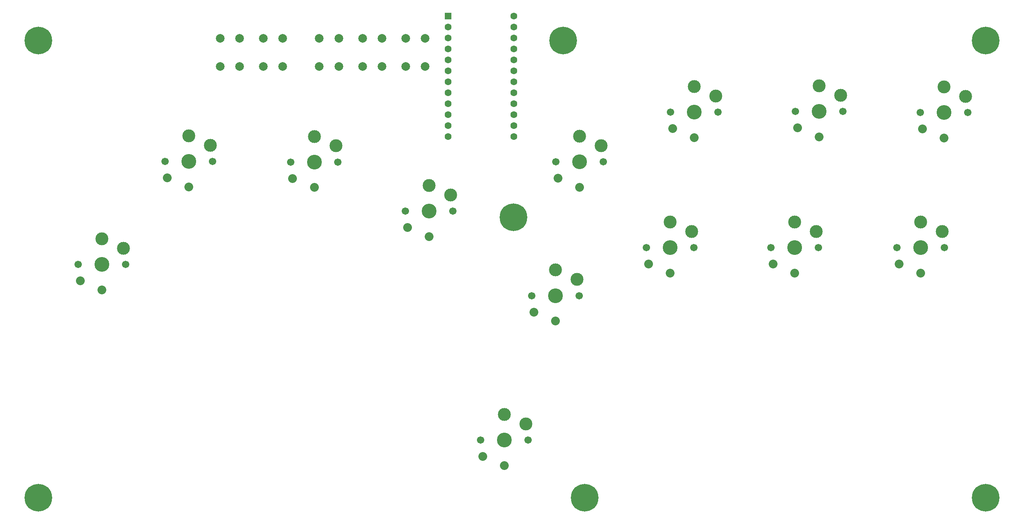
<source format=gts>
%TF.GenerationSoftware,KiCad,Pcbnew,(6.0.7)*%
%TF.CreationDate,2022-08-14T15:20:51+10:00*%
%TF.ProjectId,Flatbox-rev1_1,466c6174-626f-4782-9d72-6576315f312e,rev?*%
%TF.SameCoordinates,Original*%
%TF.FileFunction,Soldermask,Top*%
%TF.FilePolarity,Negative*%
%FSLAX46Y46*%
G04 Gerber Fmt 4.6, Leading zero omitted, Abs format (unit mm)*
G04 Created by KiCad (PCBNEW (6.0.7)) date 2022-08-14 15:20:51*
%MOMM*%
%LPD*%
G01*
G04 APERTURE LIST*
%ADD10C,3.000000*%
%ADD11C,1.701800*%
%ADD12C,3.429000*%
%ADD13C,2.032000*%
%ADD14C,6.400000*%
%ADD15C,2.000000*%
%ADD16R,1.600000X1.600000*%
%ADD17C,1.600000*%
G04 APERTURE END LIST*
D10*
X102407600Y-64198400D03*
D11*
X96907600Y-70148400D03*
X107907600Y-70148400D03*
D10*
X107407600Y-66398400D03*
D12*
X102407600Y-70148400D03*
D13*
X102407600Y-76048400D03*
X97407600Y-73948400D03*
D11*
X134507600Y-81498400D03*
X123507600Y-81498400D03*
D10*
X129007600Y-75548400D03*
X134007600Y-77748400D03*
D12*
X129007600Y-81498400D03*
D13*
X129007600Y-87398400D03*
X124007600Y-85298400D03*
D10*
X146507600Y-128648400D03*
X151507600Y-130848400D03*
D11*
X152007600Y-134598400D03*
X141007600Y-134598400D03*
D12*
X146507600Y-134598400D03*
D13*
X146507600Y-140498400D03*
X141507600Y-138398400D03*
D11*
X158447600Y-70088400D03*
D12*
X163947600Y-70088400D03*
D10*
X168947600Y-66338400D03*
X163947600Y-64138400D03*
D11*
X169447600Y-70088400D03*
D13*
X163947600Y-75988400D03*
X158947600Y-73888400D03*
X185507600Y-62358400D03*
X190507600Y-64458400D03*
D10*
X195507600Y-54808400D03*
D12*
X190507600Y-58558400D03*
D10*
X190507600Y-52608400D03*
D11*
X196007600Y-58558400D03*
X185007600Y-58558400D03*
D10*
X219477600Y-52488400D03*
X224477600Y-54688400D03*
D11*
X213977600Y-58438400D03*
D12*
X219477600Y-58438400D03*
D11*
X224977600Y-58438400D03*
D13*
X219477600Y-64338400D03*
X214477600Y-62238400D03*
D10*
X253447600Y-54928400D03*
D12*
X248447600Y-58678400D03*
D11*
X253947600Y-58678400D03*
X242947600Y-58678400D03*
D10*
X248447600Y-52728400D03*
D13*
X248447600Y-64578400D03*
X243447600Y-62478400D03*
D12*
X158337600Y-101128400D03*
D10*
X158337600Y-95178400D03*
D11*
X152837600Y-101128400D03*
X163837600Y-101128400D03*
D10*
X163337600Y-97378400D03*
D13*
X158337600Y-107028400D03*
X153337600Y-104928400D03*
D10*
X189947600Y-86268400D03*
X184947600Y-84068400D03*
D11*
X179447600Y-90018400D03*
D12*
X184947600Y-90018400D03*
D11*
X190447600Y-90018400D03*
D13*
X184947600Y-95918400D03*
X179947600Y-93818400D03*
D12*
X213797600Y-90018400D03*
D10*
X218797600Y-86268400D03*
X213797600Y-84068400D03*
D11*
X208297600Y-90018400D03*
X219297600Y-90018400D03*
D13*
X213797600Y-95918400D03*
X208797600Y-93818400D03*
D10*
X243007600Y-84068400D03*
D11*
X248507600Y-90018400D03*
X237507600Y-90018400D03*
D10*
X248007600Y-86268400D03*
D12*
X243007600Y-90018400D03*
D13*
X243007600Y-95918400D03*
X238007600Y-93818400D03*
D14*
X38403134Y-41978400D03*
X38403134Y-147978400D03*
X258087600Y-147978400D03*
X258087600Y-41978400D03*
D11*
X67812600Y-70028400D03*
D10*
X78312600Y-66278400D03*
X73312600Y-64078400D03*
D11*
X78812600Y-70028400D03*
D12*
X73312600Y-70028400D03*
D13*
X73312600Y-75928400D03*
X68312600Y-73828400D03*
D14*
X160087600Y-41978400D03*
D15*
X103587600Y-41478400D03*
X103587600Y-47978400D03*
X108087600Y-41478400D03*
X108087600Y-47978400D03*
X80587600Y-41478400D03*
X80587600Y-47978400D03*
X85087600Y-47978400D03*
X85087600Y-41478400D03*
X113587600Y-41478400D03*
X113587600Y-47978400D03*
X118087600Y-47978400D03*
X118087600Y-41478400D03*
D10*
X53187600Y-87928400D03*
X58187600Y-90128400D03*
D12*
X53187600Y-93878400D03*
D11*
X47687600Y-93878400D03*
X58687600Y-93878400D03*
D13*
X53187600Y-99778400D03*
X48187600Y-97678400D03*
D15*
X90587600Y-47978400D03*
X90587600Y-41478400D03*
X95087600Y-41478400D03*
X95087600Y-47978400D03*
X123587600Y-41478400D03*
X123587600Y-47978400D03*
X128087600Y-41478400D03*
X128087600Y-47978400D03*
D14*
X148587600Y-82978400D03*
X165087600Y-147978400D03*
D16*
X133467600Y-36258400D03*
D17*
X133467600Y-38798400D03*
X133467600Y-41338400D03*
X133467600Y-43878400D03*
X133467600Y-46418400D03*
X133467600Y-48958400D03*
X133467600Y-51498400D03*
X133467600Y-54038400D03*
X133467600Y-56578400D03*
X133467600Y-59118400D03*
X133467600Y-61658400D03*
X133467600Y-64198400D03*
X148707600Y-64198400D03*
X148707600Y-61658400D03*
X148707600Y-59118400D03*
X148707600Y-56578400D03*
X148707600Y-54038400D03*
X148707600Y-51498400D03*
X148707600Y-48958400D03*
X148707600Y-46418400D03*
X148707600Y-43878400D03*
X148707600Y-41338400D03*
X148707600Y-38798400D03*
X148707600Y-36258400D03*
M02*

</source>
